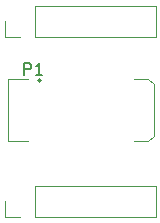
<source format=gbr>
%TF.GenerationSoftware,KiCad,Pcbnew,8.0.7*%
%TF.CreationDate,2025-05-14T16:02:52-05:00*%
%TF.ProjectId,usbc_breakout,75736263-5f62-4726-9561-6b6f75742e6b,rev?*%
%TF.SameCoordinates,Original*%
%TF.FileFunction,Legend,Top*%
%TF.FilePolarity,Positive*%
%FSLAX46Y46*%
G04 Gerber Fmt 4.6, Leading zero omitted, Abs format (unit mm)*
G04 Created by KiCad (PCBNEW 8.0.7) date 2025-05-14 16:02:52*
%MOMM*%
%LPD*%
G01*
G04 APERTURE LIST*
%ADD10C,0.150000*%
%ADD11C,0.120000*%
G04 APERTURE END LIST*
D10*
X2811905Y-6534819D02*
X2811905Y-5534819D01*
X2811905Y-5534819D02*
X3192857Y-5534819D01*
X3192857Y-5534819D02*
X3288095Y-5582438D01*
X3288095Y-5582438D02*
X3335714Y-5630057D01*
X3335714Y-5630057D02*
X3383333Y-5725295D01*
X3383333Y-5725295D02*
X3383333Y-5868152D01*
X3383333Y-5868152D02*
X3335714Y-5963390D01*
X3335714Y-5963390D02*
X3288095Y-6011009D01*
X3288095Y-6011009D02*
X3192857Y-6058628D01*
X3192857Y-6058628D02*
X2811905Y-6058628D01*
X4335714Y-6534819D02*
X3764286Y-6534819D01*
X4050000Y-6534819D02*
X4050000Y-5534819D01*
X4050000Y-5534819D02*
X3954762Y-5677676D01*
X3954762Y-5677676D02*
X3859524Y-5772914D01*
X3859524Y-5772914D02*
X3764286Y-5820533D01*
D11*
%TO.C,P1*%
X1450000Y-6880000D02*
X1450000Y-12180000D01*
X1450000Y-6880000D02*
X3100000Y-6880000D01*
X1450000Y-12180000D02*
X3100000Y-12180000D01*
X12100000Y-6880000D02*
X13300000Y-6880000D01*
X12100000Y-12180000D02*
X13300000Y-12180000D01*
X13300000Y-6880000D02*
X13750000Y-7330000D01*
X13300000Y-12180000D02*
X13750000Y-11730000D01*
X13750000Y-7330000D02*
X13750000Y-11730000D01*
D10*
X4211803Y-7030000D02*
G75*
G02*
X3988197Y-7030000I-111803J0D01*
G01*
X3988197Y-7030000D02*
G75*
G02*
X4211803Y-7030000I111803J0D01*
G01*
D11*
%TO.C,J3*%
X1130000Y-3330000D02*
X1130000Y-2000000D01*
X2460000Y-3330000D02*
X1130000Y-3330000D01*
X3730000Y-3330000D02*
X13950000Y-3330000D01*
X3730000Y-3330000D02*
X3730000Y-670000D01*
X13950000Y-3330000D02*
X13950000Y-670000D01*
X3730000Y-670000D02*
X13950000Y-670000D01*
%TO.C,J2*%
X1130000Y-18570000D02*
X1130000Y-17240000D01*
X2460000Y-18570000D02*
X1130000Y-18570000D01*
X3730000Y-18570000D02*
X13950000Y-18570000D01*
X3730000Y-18570000D02*
X3730000Y-15910000D01*
X13950000Y-18570000D02*
X13950000Y-15910000D01*
X3730000Y-15910000D02*
X13950000Y-15910000D01*
%TD*%
M02*

</source>
